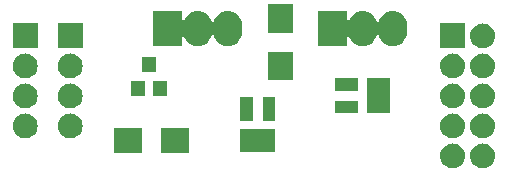
<source format=gbr>
G04 #@! TF.GenerationSoftware,KiCad,Pcbnew,(5.0.1)-4*
G04 #@! TF.CreationDate,2018-11-27T13:12:11-07:00*
G04 #@! TF.ProjectId,robot,726F626F742E6B696361645F70636200,rev?*
G04 #@! TF.SameCoordinates,Original*
G04 #@! TF.FileFunction,Soldermask,Bot*
G04 #@! TF.FilePolarity,Negative*
%FSLAX46Y46*%
G04 Gerber Fmt 4.6, Leading zero omitted, Abs format (unit mm)*
G04 Created by KiCad (PCBNEW (5.0.1)-4) date 11/27/2018 1:12:11 PM*
%MOMM*%
%LPD*%
G01*
G04 APERTURE LIST*
%ADD10C,0.100000*%
G04 APERTURE END LIST*
D10*
G36*
X170308707Y-68807596D02*
X170385836Y-68815193D01*
X170517787Y-68855220D01*
X170583763Y-68875233D01*
X170766172Y-68972733D01*
X170926054Y-69103946D01*
X171057267Y-69263828D01*
X171154767Y-69446237D01*
X171154767Y-69446238D01*
X171214807Y-69644164D01*
X171235080Y-69850000D01*
X171214807Y-70055836D01*
X171174780Y-70187787D01*
X171154767Y-70253763D01*
X171057267Y-70436172D01*
X170926054Y-70596054D01*
X170766172Y-70727267D01*
X170583763Y-70824767D01*
X170517787Y-70844780D01*
X170385836Y-70884807D01*
X170308707Y-70892404D01*
X170231580Y-70900000D01*
X170128420Y-70900000D01*
X170051293Y-70892404D01*
X169974164Y-70884807D01*
X169842213Y-70844780D01*
X169776237Y-70824767D01*
X169593828Y-70727267D01*
X169433946Y-70596054D01*
X169302733Y-70436172D01*
X169205233Y-70253763D01*
X169185220Y-70187787D01*
X169145193Y-70055836D01*
X169124920Y-69850000D01*
X169145193Y-69644164D01*
X169205233Y-69446238D01*
X169205233Y-69446237D01*
X169302733Y-69263828D01*
X169433946Y-69103946D01*
X169593828Y-68972733D01*
X169776237Y-68875233D01*
X169842213Y-68855220D01*
X169974164Y-68815193D01*
X170051293Y-68807596D01*
X170128420Y-68800000D01*
X170231580Y-68800000D01*
X170308707Y-68807596D01*
X170308707Y-68807596D01*
G37*
G36*
X172848707Y-68807596D02*
X172925836Y-68815193D01*
X173057787Y-68855220D01*
X173123763Y-68875233D01*
X173306172Y-68972733D01*
X173466054Y-69103946D01*
X173597267Y-69263828D01*
X173694767Y-69446237D01*
X173694767Y-69446238D01*
X173754807Y-69644164D01*
X173775080Y-69850000D01*
X173754807Y-70055836D01*
X173714780Y-70187787D01*
X173694767Y-70253763D01*
X173597267Y-70436172D01*
X173466054Y-70596054D01*
X173306172Y-70727267D01*
X173123763Y-70824767D01*
X173057787Y-70844780D01*
X172925836Y-70884807D01*
X172848707Y-70892404D01*
X172771580Y-70900000D01*
X172668420Y-70900000D01*
X172591293Y-70892404D01*
X172514164Y-70884807D01*
X172382213Y-70844780D01*
X172316237Y-70824767D01*
X172133828Y-70727267D01*
X171973946Y-70596054D01*
X171842733Y-70436172D01*
X171745233Y-70253763D01*
X171725220Y-70187787D01*
X171685193Y-70055836D01*
X171664920Y-69850000D01*
X171685193Y-69644164D01*
X171745233Y-69446238D01*
X171745233Y-69446237D01*
X171842733Y-69263828D01*
X171973946Y-69103946D01*
X172133828Y-68972733D01*
X172316237Y-68875233D01*
X172382213Y-68855220D01*
X172514164Y-68815193D01*
X172591293Y-68807596D01*
X172668420Y-68800000D01*
X172771580Y-68800000D01*
X172848707Y-68807596D01*
X172848707Y-68807596D01*
G37*
G36*
X147885000Y-69630000D02*
X145485000Y-69630000D01*
X145485000Y-67530000D01*
X147885000Y-67530000D01*
X147885000Y-69630000D01*
X147885000Y-69630000D01*
G37*
G36*
X143885000Y-69630000D02*
X141485000Y-69630000D01*
X141485000Y-67530000D01*
X143885000Y-67530000D01*
X143885000Y-69630000D01*
X143885000Y-69630000D01*
G37*
G36*
X155145000Y-69560000D02*
X152195000Y-69560000D01*
X152195000Y-67600000D01*
X155145000Y-67600000D01*
X155145000Y-69560000D01*
X155145000Y-69560000D01*
G37*
G36*
X170308707Y-66267596D02*
X170385836Y-66275193D01*
X170517787Y-66315220D01*
X170583763Y-66335233D01*
X170766172Y-66432733D01*
X170926054Y-66563946D01*
X171057267Y-66723828D01*
X171154767Y-66906237D01*
X171154767Y-66906238D01*
X171214807Y-67104164D01*
X171235080Y-67310000D01*
X171214807Y-67515836D01*
X171210510Y-67530000D01*
X171154767Y-67713763D01*
X171057267Y-67896172D01*
X170926054Y-68056054D01*
X170766172Y-68187267D01*
X170583763Y-68284767D01*
X170517787Y-68304780D01*
X170385836Y-68344807D01*
X170308707Y-68352404D01*
X170231580Y-68360000D01*
X170128420Y-68360000D01*
X170051293Y-68352404D01*
X169974164Y-68344807D01*
X169842213Y-68304780D01*
X169776237Y-68284767D01*
X169593828Y-68187267D01*
X169433946Y-68056054D01*
X169302733Y-67896172D01*
X169205233Y-67713763D01*
X169149490Y-67530000D01*
X169145193Y-67515836D01*
X169124920Y-67310000D01*
X169145193Y-67104164D01*
X169205233Y-66906238D01*
X169205233Y-66906237D01*
X169302733Y-66723828D01*
X169433946Y-66563946D01*
X169593828Y-66432733D01*
X169776237Y-66335233D01*
X169842213Y-66315220D01*
X169974164Y-66275193D01*
X170051293Y-66267596D01*
X170128420Y-66260000D01*
X170231580Y-66260000D01*
X170308707Y-66267596D01*
X170308707Y-66267596D01*
G37*
G36*
X172848707Y-66267596D02*
X172925836Y-66275193D01*
X173057787Y-66315220D01*
X173123763Y-66335233D01*
X173306172Y-66432733D01*
X173466054Y-66563946D01*
X173597267Y-66723828D01*
X173694767Y-66906237D01*
X173694767Y-66906238D01*
X173754807Y-67104164D01*
X173775080Y-67310000D01*
X173754807Y-67515836D01*
X173750510Y-67530000D01*
X173694767Y-67713763D01*
X173597267Y-67896172D01*
X173466054Y-68056054D01*
X173306172Y-68187267D01*
X173123763Y-68284767D01*
X173057787Y-68304780D01*
X172925836Y-68344807D01*
X172848707Y-68352404D01*
X172771580Y-68360000D01*
X172668420Y-68360000D01*
X172591293Y-68352404D01*
X172514164Y-68344807D01*
X172382213Y-68304780D01*
X172316237Y-68284767D01*
X172133828Y-68187267D01*
X171973946Y-68056054D01*
X171842733Y-67896172D01*
X171745233Y-67713763D01*
X171689490Y-67530000D01*
X171685193Y-67515836D01*
X171664920Y-67310000D01*
X171685193Y-67104164D01*
X171745233Y-66906238D01*
X171745233Y-66906237D01*
X171842733Y-66723828D01*
X171973946Y-66563946D01*
X172133828Y-66432733D01*
X172316237Y-66335233D01*
X172382213Y-66315220D01*
X172514164Y-66275193D01*
X172591293Y-66267596D01*
X172668420Y-66260000D01*
X172771580Y-66260000D01*
X172848707Y-66267596D01*
X172848707Y-66267596D01*
G37*
G36*
X137923707Y-66267596D02*
X138000836Y-66275193D01*
X138132787Y-66315220D01*
X138198763Y-66335233D01*
X138381172Y-66432733D01*
X138541054Y-66563946D01*
X138672267Y-66723828D01*
X138769767Y-66906237D01*
X138769767Y-66906238D01*
X138829807Y-67104164D01*
X138850080Y-67310000D01*
X138829807Y-67515836D01*
X138825510Y-67530000D01*
X138769767Y-67713763D01*
X138672267Y-67896172D01*
X138541054Y-68056054D01*
X138381172Y-68187267D01*
X138198763Y-68284767D01*
X138132787Y-68304780D01*
X138000836Y-68344807D01*
X137923707Y-68352404D01*
X137846580Y-68360000D01*
X137743420Y-68360000D01*
X137666293Y-68352404D01*
X137589164Y-68344807D01*
X137457213Y-68304780D01*
X137391237Y-68284767D01*
X137208828Y-68187267D01*
X137048946Y-68056054D01*
X136917733Y-67896172D01*
X136820233Y-67713763D01*
X136764490Y-67530000D01*
X136760193Y-67515836D01*
X136739920Y-67310000D01*
X136760193Y-67104164D01*
X136820233Y-66906238D01*
X136820233Y-66906237D01*
X136917733Y-66723828D01*
X137048946Y-66563946D01*
X137208828Y-66432733D01*
X137391237Y-66335233D01*
X137457213Y-66315220D01*
X137589164Y-66275193D01*
X137666293Y-66267596D01*
X137743420Y-66260000D01*
X137846580Y-66260000D01*
X137923707Y-66267596D01*
X137923707Y-66267596D01*
G37*
G36*
X134113707Y-66267596D02*
X134190836Y-66275193D01*
X134322787Y-66315220D01*
X134388763Y-66335233D01*
X134571172Y-66432733D01*
X134731054Y-66563946D01*
X134862267Y-66723828D01*
X134959767Y-66906237D01*
X134959767Y-66906238D01*
X135019807Y-67104164D01*
X135040080Y-67310000D01*
X135019807Y-67515836D01*
X135015510Y-67530000D01*
X134959767Y-67713763D01*
X134862267Y-67896172D01*
X134731054Y-68056054D01*
X134571172Y-68187267D01*
X134388763Y-68284767D01*
X134322787Y-68304780D01*
X134190836Y-68344807D01*
X134113707Y-68352404D01*
X134036580Y-68360000D01*
X133933420Y-68360000D01*
X133856293Y-68352404D01*
X133779164Y-68344807D01*
X133647213Y-68304780D01*
X133581237Y-68284767D01*
X133398828Y-68187267D01*
X133238946Y-68056054D01*
X133107733Y-67896172D01*
X133010233Y-67713763D01*
X132954490Y-67530000D01*
X132950193Y-67515836D01*
X132929920Y-67310000D01*
X132950193Y-67104164D01*
X133010233Y-66906238D01*
X133010233Y-66906237D01*
X133107733Y-66723828D01*
X133238946Y-66563946D01*
X133398828Y-66432733D01*
X133581237Y-66335233D01*
X133647213Y-66315220D01*
X133779164Y-66275193D01*
X133856293Y-66267596D01*
X133933420Y-66260000D01*
X134036580Y-66260000D01*
X134113707Y-66267596D01*
X134113707Y-66267596D01*
G37*
G36*
X153245000Y-66860000D02*
X152195000Y-66860000D01*
X152195000Y-64900000D01*
X153245000Y-64900000D01*
X153245000Y-66860000D01*
X153245000Y-66860000D01*
G37*
G36*
X155145000Y-66860000D02*
X154095000Y-66860000D01*
X154095000Y-64900000D01*
X155145000Y-64900000D01*
X155145000Y-66860000D01*
X155145000Y-66860000D01*
G37*
G36*
X162190000Y-66245000D02*
X160230000Y-66245000D01*
X160230000Y-65195000D01*
X162190000Y-65195000D01*
X162190000Y-66245000D01*
X162190000Y-66245000D01*
G37*
G36*
X164890000Y-66245000D02*
X162930000Y-66245000D01*
X162930000Y-63295000D01*
X164890000Y-63295000D01*
X164890000Y-66245000D01*
X164890000Y-66245000D01*
G37*
G36*
X170308707Y-63727597D02*
X170385836Y-63735193D01*
X170517787Y-63775220D01*
X170583763Y-63795233D01*
X170766172Y-63892733D01*
X170926054Y-64023946D01*
X171057267Y-64183828D01*
X171154767Y-64366237D01*
X171154767Y-64366238D01*
X171214807Y-64564164D01*
X171235080Y-64770000D01*
X171214807Y-64975836D01*
X171174780Y-65107787D01*
X171154767Y-65173763D01*
X171057267Y-65356172D01*
X170926054Y-65516054D01*
X170766172Y-65647267D01*
X170583763Y-65744767D01*
X170517787Y-65764780D01*
X170385836Y-65804807D01*
X170308707Y-65812403D01*
X170231580Y-65820000D01*
X170128420Y-65820000D01*
X170051293Y-65812403D01*
X169974164Y-65804807D01*
X169842213Y-65764780D01*
X169776237Y-65744767D01*
X169593828Y-65647267D01*
X169433946Y-65516054D01*
X169302733Y-65356172D01*
X169205233Y-65173763D01*
X169185220Y-65107787D01*
X169145193Y-64975836D01*
X169124920Y-64770000D01*
X169145193Y-64564164D01*
X169205233Y-64366238D01*
X169205233Y-64366237D01*
X169302733Y-64183828D01*
X169433946Y-64023946D01*
X169593828Y-63892733D01*
X169776237Y-63795233D01*
X169842213Y-63775220D01*
X169974164Y-63735193D01*
X170051293Y-63727597D01*
X170128420Y-63720000D01*
X170231580Y-63720000D01*
X170308707Y-63727597D01*
X170308707Y-63727597D01*
G37*
G36*
X137923707Y-63727597D02*
X138000836Y-63735193D01*
X138132787Y-63775220D01*
X138198763Y-63795233D01*
X138381172Y-63892733D01*
X138541054Y-64023946D01*
X138672267Y-64183828D01*
X138769767Y-64366237D01*
X138769767Y-64366238D01*
X138829807Y-64564164D01*
X138850080Y-64770000D01*
X138829807Y-64975836D01*
X138789780Y-65107787D01*
X138769767Y-65173763D01*
X138672267Y-65356172D01*
X138541054Y-65516054D01*
X138381172Y-65647267D01*
X138198763Y-65744767D01*
X138132787Y-65764780D01*
X138000836Y-65804807D01*
X137923707Y-65812403D01*
X137846580Y-65820000D01*
X137743420Y-65820000D01*
X137666293Y-65812403D01*
X137589164Y-65804807D01*
X137457213Y-65764780D01*
X137391237Y-65744767D01*
X137208828Y-65647267D01*
X137048946Y-65516054D01*
X136917733Y-65356172D01*
X136820233Y-65173763D01*
X136800220Y-65107787D01*
X136760193Y-64975836D01*
X136739920Y-64770000D01*
X136760193Y-64564164D01*
X136820233Y-64366238D01*
X136820233Y-64366237D01*
X136917733Y-64183828D01*
X137048946Y-64023946D01*
X137208828Y-63892733D01*
X137391237Y-63795233D01*
X137457213Y-63775220D01*
X137589164Y-63735193D01*
X137666293Y-63727597D01*
X137743420Y-63720000D01*
X137846580Y-63720000D01*
X137923707Y-63727597D01*
X137923707Y-63727597D01*
G37*
G36*
X134113707Y-63727597D02*
X134190836Y-63735193D01*
X134322787Y-63775220D01*
X134388763Y-63795233D01*
X134571172Y-63892733D01*
X134731054Y-64023946D01*
X134862267Y-64183828D01*
X134959767Y-64366237D01*
X134959767Y-64366238D01*
X135019807Y-64564164D01*
X135040080Y-64770000D01*
X135019807Y-64975836D01*
X134979780Y-65107787D01*
X134959767Y-65173763D01*
X134862267Y-65356172D01*
X134731054Y-65516054D01*
X134571172Y-65647267D01*
X134388763Y-65744767D01*
X134322787Y-65764780D01*
X134190836Y-65804807D01*
X134113707Y-65812403D01*
X134036580Y-65820000D01*
X133933420Y-65820000D01*
X133856293Y-65812403D01*
X133779164Y-65804807D01*
X133647213Y-65764780D01*
X133581237Y-65744767D01*
X133398828Y-65647267D01*
X133238946Y-65516054D01*
X133107733Y-65356172D01*
X133010233Y-65173763D01*
X132990220Y-65107787D01*
X132950193Y-64975836D01*
X132929920Y-64770000D01*
X132950193Y-64564164D01*
X133010233Y-64366238D01*
X133010233Y-64366237D01*
X133107733Y-64183828D01*
X133238946Y-64023946D01*
X133398828Y-63892733D01*
X133581237Y-63795233D01*
X133647213Y-63775220D01*
X133779164Y-63735193D01*
X133856293Y-63727597D01*
X133933420Y-63720000D01*
X134036580Y-63720000D01*
X134113707Y-63727597D01*
X134113707Y-63727597D01*
G37*
G36*
X172848707Y-63727597D02*
X172925836Y-63735193D01*
X173057787Y-63775220D01*
X173123763Y-63795233D01*
X173306172Y-63892733D01*
X173466054Y-64023946D01*
X173597267Y-64183828D01*
X173694767Y-64366237D01*
X173694767Y-64366238D01*
X173754807Y-64564164D01*
X173775080Y-64770000D01*
X173754807Y-64975836D01*
X173714780Y-65107787D01*
X173694767Y-65173763D01*
X173597267Y-65356172D01*
X173466054Y-65516054D01*
X173306172Y-65647267D01*
X173123763Y-65744767D01*
X173057787Y-65764780D01*
X172925836Y-65804807D01*
X172848707Y-65812403D01*
X172771580Y-65820000D01*
X172668420Y-65820000D01*
X172591293Y-65812403D01*
X172514164Y-65804807D01*
X172382213Y-65764780D01*
X172316237Y-65744767D01*
X172133828Y-65647267D01*
X171973946Y-65516054D01*
X171842733Y-65356172D01*
X171745233Y-65173763D01*
X171725220Y-65107787D01*
X171685193Y-64975836D01*
X171664920Y-64770000D01*
X171685193Y-64564164D01*
X171745233Y-64366238D01*
X171745233Y-64366237D01*
X171842733Y-64183828D01*
X171973946Y-64023946D01*
X172133828Y-63892733D01*
X172316237Y-63795233D01*
X172382213Y-63775220D01*
X172514164Y-63735193D01*
X172591293Y-63727597D01*
X172668420Y-63720000D01*
X172771580Y-63720000D01*
X172848707Y-63727597D01*
X172848707Y-63727597D01*
G37*
G36*
X146015000Y-64785000D02*
X144815000Y-64785000D01*
X144815000Y-63485000D01*
X146015000Y-63485000D01*
X146015000Y-64785000D01*
X146015000Y-64785000D01*
G37*
G36*
X144115000Y-64785000D02*
X142915000Y-64785000D01*
X142915000Y-63485000D01*
X144115000Y-63485000D01*
X144115000Y-64785000D01*
X144115000Y-64785000D01*
G37*
G36*
X162190000Y-64345000D02*
X160230000Y-64345000D01*
X160230000Y-63295000D01*
X162190000Y-63295000D01*
X162190000Y-64345000D01*
X162190000Y-64345000D01*
G37*
G36*
X156625000Y-63430000D02*
X154525000Y-63430000D01*
X154525000Y-61030000D01*
X156625000Y-61030000D01*
X156625000Y-63430000D01*
X156625000Y-63430000D01*
G37*
G36*
X170308707Y-61187596D02*
X170385836Y-61195193D01*
X170517787Y-61235220D01*
X170583763Y-61255233D01*
X170766172Y-61352733D01*
X170926054Y-61483946D01*
X171057267Y-61643828D01*
X171154767Y-61826237D01*
X171154767Y-61826238D01*
X171214807Y-62024164D01*
X171235080Y-62230000D01*
X171214807Y-62435836D01*
X171174780Y-62567787D01*
X171154767Y-62633763D01*
X171057267Y-62816172D01*
X170926054Y-62976054D01*
X170766172Y-63107267D01*
X170583763Y-63204767D01*
X170517787Y-63224780D01*
X170385836Y-63264807D01*
X170308707Y-63272403D01*
X170231580Y-63280000D01*
X170128420Y-63280000D01*
X170051293Y-63272403D01*
X169974164Y-63264807D01*
X169842213Y-63224780D01*
X169776237Y-63204767D01*
X169593828Y-63107267D01*
X169433946Y-62976054D01*
X169302733Y-62816172D01*
X169205233Y-62633763D01*
X169185220Y-62567787D01*
X169145193Y-62435836D01*
X169124920Y-62230000D01*
X169145193Y-62024164D01*
X169205233Y-61826238D01*
X169205233Y-61826237D01*
X169302733Y-61643828D01*
X169433946Y-61483946D01*
X169593828Y-61352733D01*
X169776237Y-61255233D01*
X169842213Y-61235220D01*
X169974164Y-61195193D01*
X170051293Y-61187596D01*
X170128420Y-61180000D01*
X170231580Y-61180000D01*
X170308707Y-61187596D01*
X170308707Y-61187596D01*
G37*
G36*
X134113707Y-61187596D02*
X134190836Y-61195193D01*
X134322787Y-61235220D01*
X134388763Y-61255233D01*
X134571172Y-61352733D01*
X134731054Y-61483946D01*
X134862267Y-61643828D01*
X134959767Y-61826237D01*
X134959767Y-61826238D01*
X135019807Y-62024164D01*
X135040080Y-62230000D01*
X135019807Y-62435836D01*
X134979780Y-62567787D01*
X134959767Y-62633763D01*
X134862267Y-62816172D01*
X134731054Y-62976054D01*
X134571172Y-63107267D01*
X134388763Y-63204767D01*
X134322787Y-63224780D01*
X134190836Y-63264807D01*
X134113707Y-63272403D01*
X134036580Y-63280000D01*
X133933420Y-63280000D01*
X133856293Y-63272403D01*
X133779164Y-63264807D01*
X133647213Y-63224780D01*
X133581237Y-63204767D01*
X133398828Y-63107267D01*
X133238946Y-62976054D01*
X133107733Y-62816172D01*
X133010233Y-62633763D01*
X132990220Y-62567787D01*
X132950193Y-62435836D01*
X132929920Y-62230000D01*
X132950193Y-62024164D01*
X133010233Y-61826238D01*
X133010233Y-61826237D01*
X133107733Y-61643828D01*
X133238946Y-61483946D01*
X133398828Y-61352733D01*
X133581237Y-61255233D01*
X133647213Y-61235220D01*
X133779164Y-61195193D01*
X133856293Y-61187596D01*
X133933420Y-61180000D01*
X134036580Y-61180000D01*
X134113707Y-61187596D01*
X134113707Y-61187596D01*
G37*
G36*
X137923707Y-61187596D02*
X138000836Y-61195193D01*
X138132787Y-61235220D01*
X138198763Y-61255233D01*
X138381172Y-61352733D01*
X138541054Y-61483946D01*
X138672267Y-61643828D01*
X138769767Y-61826237D01*
X138769767Y-61826238D01*
X138829807Y-62024164D01*
X138850080Y-62230000D01*
X138829807Y-62435836D01*
X138789780Y-62567787D01*
X138769767Y-62633763D01*
X138672267Y-62816172D01*
X138541054Y-62976054D01*
X138381172Y-63107267D01*
X138198763Y-63204767D01*
X138132787Y-63224780D01*
X138000836Y-63264807D01*
X137923707Y-63272403D01*
X137846580Y-63280000D01*
X137743420Y-63280000D01*
X137666293Y-63272403D01*
X137589164Y-63264807D01*
X137457213Y-63224780D01*
X137391237Y-63204767D01*
X137208828Y-63107267D01*
X137048946Y-62976054D01*
X136917733Y-62816172D01*
X136820233Y-62633763D01*
X136800220Y-62567787D01*
X136760193Y-62435836D01*
X136739920Y-62230000D01*
X136760193Y-62024164D01*
X136820233Y-61826238D01*
X136820233Y-61826237D01*
X136917733Y-61643828D01*
X137048946Y-61483946D01*
X137208828Y-61352733D01*
X137391237Y-61255233D01*
X137457213Y-61235220D01*
X137589164Y-61195193D01*
X137666293Y-61187596D01*
X137743420Y-61180000D01*
X137846580Y-61180000D01*
X137923707Y-61187596D01*
X137923707Y-61187596D01*
G37*
G36*
X172848707Y-61187596D02*
X172925836Y-61195193D01*
X173057787Y-61235220D01*
X173123763Y-61255233D01*
X173306172Y-61352733D01*
X173466054Y-61483946D01*
X173597267Y-61643828D01*
X173694767Y-61826237D01*
X173694767Y-61826238D01*
X173754807Y-62024164D01*
X173775080Y-62230000D01*
X173754807Y-62435836D01*
X173714780Y-62567787D01*
X173694767Y-62633763D01*
X173597267Y-62816172D01*
X173466054Y-62976054D01*
X173306172Y-63107267D01*
X173123763Y-63204767D01*
X173057787Y-63224780D01*
X172925836Y-63264807D01*
X172848707Y-63272403D01*
X172771580Y-63280000D01*
X172668420Y-63280000D01*
X172591293Y-63272403D01*
X172514164Y-63264807D01*
X172382213Y-63224780D01*
X172316237Y-63204767D01*
X172133828Y-63107267D01*
X171973946Y-62976054D01*
X171842733Y-62816172D01*
X171745233Y-62633763D01*
X171725220Y-62567787D01*
X171685193Y-62435836D01*
X171664920Y-62230000D01*
X171685193Y-62024164D01*
X171745233Y-61826238D01*
X171745233Y-61826237D01*
X171842733Y-61643828D01*
X171973946Y-61483946D01*
X172133828Y-61352733D01*
X172316237Y-61255233D01*
X172382213Y-61235220D01*
X172514164Y-61195193D01*
X172591293Y-61187596D01*
X172668420Y-61180000D01*
X172771580Y-61180000D01*
X172848707Y-61187596D01*
X172848707Y-61187596D01*
G37*
G36*
X145065000Y-62785000D02*
X143865000Y-62785000D01*
X143865000Y-61485000D01*
X145065000Y-61485000D01*
X145065000Y-62785000D01*
X145065000Y-62785000D01*
G37*
G36*
X135035000Y-60740000D02*
X132935000Y-60740000D01*
X132935000Y-58640000D01*
X135035000Y-58640000D01*
X135035000Y-60740000D01*
X135035000Y-60740000D01*
G37*
G36*
X172848707Y-58647597D02*
X172925836Y-58655193D01*
X173057787Y-58695220D01*
X173123763Y-58715233D01*
X173306172Y-58812733D01*
X173466054Y-58943946D01*
X173597267Y-59103828D01*
X173694767Y-59286237D01*
X173694767Y-59286238D01*
X173754807Y-59484164D01*
X173775080Y-59690000D01*
X173754807Y-59895836D01*
X173715653Y-60024910D01*
X173694767Y-60093763D01*
X173597267Y-60276172D01*
X173466054Y-60436054D01*
X173306172Y-60567267D01*
X173123763Y-60664767D01*
X173057787Y-60684780D01*
X172925836Y-60724807D01*
X172848707Y-60732403D01*
X172771580Y-60740000D01*
X172668420Y-60740000D01*
X172591293Y-60732403D01*
X172514164Y-60724807D01*
X172382213Y-60684780D01*
X172316237Y-60664767D01*
X172133828Y-60567267D01*
X171973946Y-60436054D01*
X171842733Y-60276172D01*
X171745233Y-60093763D01*
X171724347Y-60024910D01*
X171685193Y-59895836D01*
X171664920Y-59690000D01*
X171685193Y-59484164D01*
X171745233Y-59286238D01*
X171745233Y-59286237D01*
X171842733Y-59103828D01*
X171973946Y-58943946D01*
X172133828Y-58812733D01*
X172316237Y-58715233D01*
X172382213Y-58695220D01*
X172514164Y-58655193D01*
X172591293Y-58647597D01*
X172668420Y-58640000D01*
X172771580Y-58640000D01*
X172848707Y-58647597D01*
X172848707Y-58647597D01*
G37*
G36*
X171230000Y-60740000D02*
X169130000Y-60740000D01*
X169130000Y-58640000D01*
X171230000Y-58640000D01*
X171230000Y-60740000D01*
X171230000Y-60740000D01*
G37*
G36*
X138845000Y-60740000D02*
X136745000Y-60740000D01*
X136745000Y-58640000D01*
X138845000Y-58640000D01*
X138845000Y-60740000D01*
X138845000Y-60740000D01*
G37*
G36*
X165335240Y-57572363D02*
X165561441Y-57640981D01*
X165561443Y-57640982D01*
X165561446Y-57640983D01*
X165769905Y-57752406D01*
X165769908Y-57752408D01*
X165769909Y-57752409D01*
X165952634Y-57902366D01*
X165952635Y-57902368D01*
X165952637Y-57902369D01*
X166102592Y-58085090D01*
X166214017Y-58293553D01*
X166214017Y-58293554D01*
X166214019Y-58293558D01*
X166282637Y-58519759D01*
X166300000Y-58696050D01*
X166300000Y-59413949D01*
X166282637Y-59590240D01*
X166257250Y-59673929D01*
X166214018Y-59816446D01*
X166102592Y-60024910D01*
X165952634Y-60207634D01*
X165769910Y-60357592D01*
X165561447Y-60469017D01*
X165561444Y-60469018D01*
X165561442Y-60469019D01*
X165335241Y-60537637D01*
X165100000Y-60560806D01*
X164864760Y-60537637D01*
X164638559Y-60469019D01*
X164638557Y-60469018D01*
X164638554Y-60469017D01*
X164430091Y-60357592D01*
X164247367Y-60207634D01*
X164097408Y-60024910D01*
X163985982Y-59816446D01*
X163949618Y-59696569D01*
X163940240Y-59673929D01*
X163926626Y-59653555D01*
X163909299Y-59636228D01*
X163888925Y-59622614D01*
X163866286Y-59613236D01*
X163842252Y-59608456D01*
X163817748Y-59608456D01*
X163793715Y-59613236D01*
X163771075Y-59622614D01*
X163750701Y-59636228D01*
X163733374Y-59653555D01*
X163719760Y-59673929D01*
X163710382Y-59696569D01*
X163674018Y-59816446D01*
X163562592Y-60024910D01*
X163412634Y-60207634D01*
X163229910Y-60357592D01*
X163021447Y-60469017D01*
X163021444Y-60469018D01*
X163021442Y-60469019D01*
X162795241Y-60537637D01*
X162560000Y-60560806D01*
X162324760Y-60537637D01*
X162098559Y-60469019D01*
X162098557Y-60469018D01*
X162098554Y-60469017D01*
X161890091Y-60357592D01*
X161707367Y-60207634D01*
X161557408Y-60024910D01*
X161455240Y-59833766D01*
X161441626Y-59813391D01*
X161424299Y-59796064D01*
X161403925Y-59782450D01*
X161381286Y-59773073D01*
X161357252Y-59768292D01*
X161332748Y-59768292D01*
X161308715Y-59773072D01*
X161286076Y-59782450D01*
X161265701Y-59796064D01*
X161248374Y-59813391D01*
X161234760Y-59833765D01*
X161225383Y-59856404D01*
X161220602Y-59880438D01*
X161220000Y-59892690D01*
X161220000Y-60555000D01*
X158820000Y-60555000D01*
X158820000Y-57555000D01*
X161220000Y-57555000D01*
X161220000Y-58217311D01*
X161222402Y-58241697D01*
X161229515Y-58265146D01*
X161241066Y-58286757D01*
X161256612Y-58305699D01*
X161275554Y-58321245D01*
X161297165Y-58332796D01*
X161320614Y-58339909D01*
X161345000Y-58342311D01*
X161369386Y-58339909D01*
X161392835Y-58332796D01*
X161414446Y-58321245D01*
X161433388Y-58305699D01*
X161448934Y-58286757D01*
X161455240Y-58276235D01*
X161557406Y-58085095D01*
X161707364Y-57902369D01*
X161707366Y-57902366D01*
X161707368Y-57902365D01*
X161707369Y-57902363D01*
X161890090Y-57752408D01*
X162098553Y-57640983D01*
X162098556Y-57640982D01*
X162098558Y-57640981D01*
X162324759Y-57572363D01*
X162560000Y-57549194D01*
X162795240Y-57572363D01*
X163021441Y-57640981D01*
X163021443Y-57640982D01*
X163021446Y-57640983D01*
X163229905Y-57752406D01*
X163229908Y-57752408D01*
X163229909Y-57752409D01*
X163412634Y-57902366D01*
X163412635Y-57902368D01*
X163412637Y-57902369D01*
X163562592Y-58085090D01*
X163674018Y-58293554D01*
X163677702Y-58305699D01*
X163710384Y-58413435D01*
X163719760Y-58436071D01*
X163733374Y-58456445D01*
X163750701Y-58473772D01*
X163771075Y-58487386D01*
X163793714Y-58496764D01*
X163817748Y-58501544D01*
X163842252Y-58501544D01*
X163866285Y-58496764D01*
X163888925Y-58487386D01*
X163909299Y-58473772D01*
X163926626Y-58456445D01*
X163940240Y-58436071D01*
X163949617Y-58413432D01*
X163985980Y-58293559D01*
X164097406Y-58085095D01*
X164247364Y-57902369D01*
X164247366Y-57902366D01*
X164247368Y-57902365D01*
X164247369Y-57902363D01*
X164430090Y-57752408D01*
X164638553Y-57640983D01*
X164638556Y-57640982D01*
X164638558Y-57640981D01*
X164864759Y-57572363D01*
X165100000Y-57549194D01*
X165335240Y-57572363D01*
X165335240Y-57572363D01*
G37*
G36*
X151365240Y-57572363D02*
X151591441Y-57640981D01*
X151591443Y-57640982D01*
X151591446Y-57640983D01*
X151799905Y-57752406D01*
X151799908Y-57752408D01*
X151799909Y-57752409D01*
X151982634Y-57902366D01*
X151982635Y-57902368D01*
X151982637Y-57902369D01*
X152132592Y-58085090D01*
X152244017Y-58293553D01*
X152244017Y-58293554D01*
X152244019Y-58293558D01*
X152312637Y-58519759D01*
X152330000Y-58696050D01*
X152330000Y-59413949D01*
X152312637Y-59590240D01*
X152287250Y-59673929D01*
X152244018Y-59816446D01*
X152132592Y-60024910D01*
X151982634Y-60207634D01*
X151799910Y-60357592D01*
X151591447Y-60469017D01*
X151591444Y-60469018D01*
X151591442Y-60469019D01*
X151365241Y-60537637D01*
X151130000Y-60560806D01*
X150894760Y-60537637D01*
X150668559Y-60469019D01*
X150668557Y-60469018D01*
X150668554Y-60469017D01*
X150460091Y-60357592D01*
X150277367Y-60207634D01*
X150127408Y-60024910D01*
X150015982Y-59816446D01*
X149979618Y-59696569D01*
X149970240Y-59673929D01*
X149956626Y-59653555D01*
X149939299Y-59636228D01*
X149918925Y-59622614D01*
X149896286Y-59613236D01*
X149872252Y-59608456D01*
X149847748Y-59608456D01*
X149823715Y-59613236D01*
X149801075Y-59622614D01*
X149780701Y-59636228D01*
X149763374Y-59653555D01*
X149749760Y-59673929D01*
X149740382Y-59696569D01*
X149704018Y-59816446D01*
X149592592Y-60024910D01*
X149442634Y-60207634D01*
X149259910Y-60357592D01*
X149051447Y-60469017D01*
X149051444Y-60469018D01*
X149051442Y-60469019D01*
X148825241Y-60537637D01*
X148590000Y-60560806D01*
X148354760Y-60537637D01*
X148128559Y-60469019D01*
X148128557Y-60469018D01*
X148128554Y-60469017D01*
X147920091Y-60357592D01*
X147737367Y-60207634D01*
X147587408Y-60024910D01*
X147485240Y-59833766D01*
X147471626Y-59813391D01*
X147454299Y-59796064D01*
X147433925Y-59782450D01*
X147411286Y-59773073D01*
X147387252Y-59768292D01*
X147362748Y-59768292D01*
X147338715Y-59773072D01*
X147316076Y-59782450D01*
X147295701Y-59796064D01*
X147278374Y-59813391D01*
X147264760Y-59833765D01*
X147255383Y-59856404D01*
X147250602Y-59880438D01*
X147250000Y-59892690D01*
X147250000Y-60555000D01*
X144850000Y-60555000D01*
X144850000Y-57555000D01*
X147250000Y-57555000D01*
X147250000Y-58217311D01*
X147252402Y-58241697D01*
X147259515Y-58265146D01*
X147271066Y-58286757D01*
X147286612Y-58305699D01*
X147305554Y-58321245D01*
X147327165Y-58332796D01*
X147350614Y-58339909D01*
X147375000Y-58342311D01*
X147399386Y-58339909D01*
X147422835Y-58332796D01*
X147444446Y-58321245D01*
X147463388Y-58305699D01*
X147478934Y-58286757D01*
X147485240Y-58276235D01*
X147587406Y-58085095D01*
X147737364Y-57902369D01*
X147737366Y-57902366D01*
X147737368Y-57902365D01*
X147737369Y-57902363D01*
X147920090Y-57752408D01*
X148128553Y-57640983D01*
X148128556Y-57640982D01*
X148128558Y-57640981D01*
X148354759Y-57572363D01*
X148590000Y-57549194D01*
X148825240Y-57572363D01*
X149051441Y-57640981D01*
X149051443Y-57640982D01*
X149051446Y-57640983D01*
X149259905Y-57752406D01*
X149259908Y-57752408D01*
X149259909Y-57752409D01*
X149442634Y-57902366D01*
X149442635Y-57902368D01*
X149442637Y-57902369D01*
X149592592Y-58085090D01*
X149704018Y-58293554D01*
X149707702Y-58305699D01*
X149740384Y-58413435D01*
X149749760Y-58436071D01*
X149763374Y-58456445D01*
X149780701Y-58473772D01*
X149801075Y-58487386D01*
X149823714Y-58496764D01*
X149847748Y-58501544D01*
X149872252Y-58501544D01*
X149896285Y-58496764D01*
X149918925Y-58487386D01*
X149939299Y-58473772D01*
X149956626Y-58456445D01*
X149970240Y-58436071D01*
X149979617Y-58413432D01*
X150015980Y-58293559D01*
X150127406Y-58085095D01*
X150277364Y-57902369D01*
X150277366Y-57902366D01*
X150277368Y-57902365D01*
X150277369Y-57902363D01*
X150460090Y-57752408D01*
X150668553Y-57640983D01*
X150668556Y-57640982D01*
X150668558Y-57640981D01*
X150894759Y-57572363D01*
X151130000Y-57549194D01*
X151365240Y-57572363D01*
X151365240Y-57572363D01*
G37*
G36*
X156625000Y-59430000D02*
X154525000Y-59430000D01*
X154525000Y-57030000D01*
X156625000Y-57030000D01*
X156625000Y-59430000D01*
X156625000Y-59430000D01*
G37*
M02*

</source>
